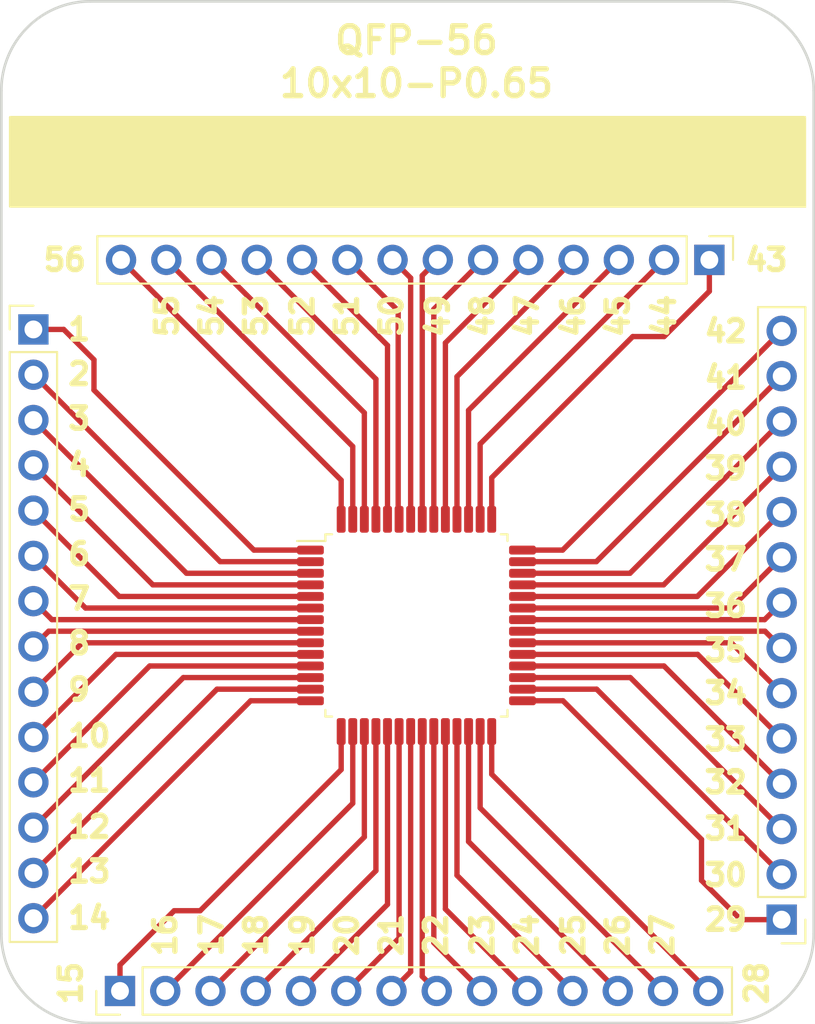
<source format=kicad_pcb>
(kicad_pcb (version 20171130) (host pcbnew 5.1.4-e60b266~84~ubuntu19.04.1)

  (general
    (thickness 1)
    (drawings 66)
    (tracks 127)
    (zones 0)
    (modules 5)
    (nets 57)
  )

  (page A4)
  (title_block
    (title BRK-QFP-56-10x10-P0.65)
    (rev v1.0)
    (company https://gekkio.fi)
  )

  (layers
    (0 F.Cu signal)
    (31 B.Cu signal)
    (32 B.Adhes user)
    (33 F.Adhes user)
    (34 B.Paste user)
    (35 F.Paste user)
    (36 B.SilkS user)
    (37 F.SilkS user)
    (38 B.Mask user)
    (39 F.Mask user)
    (40 Dwgs.User user)
    (41 Cmts.User user)
    (42 Eco1.User user)
    (43 Eco2.User user)
    (44 Edge.Cuts user)
    (45 Margin user)
    (46 B.CrtYd user)
    (47 F.CrtYd user)
    (48 B.Fab user)
    (49 F.Fab user)
  )

  (setup
    (last_trace_width 0.3)
    (trace_clearance 0.15)
    (zone_clearance 0.508)
    (zone_45_only no)
    (trace_min 0.2)
    (via_size 0.8)
    (via_drill 0.4)
    (via_min_size 0.4)
    (via_min_drill 0.3)
    (uvia_size 0.3)
    (uvia_drill 0.1)
    (uvias_allowed no)
    (uvia_min_size 0.2)
    (uvia_min_drill 0.1)
    (edge_width 0.15)
    (segment_width 0.2)
    (pcb_text_width 0.3)
    (pcb_text_size 1.5 1.5)
    (mod_edge_width 0.15)
    (mod_text_size 1 1)
    (mod_text_width 0.15)
    (pad_size 1.524 1.524)
    (pad_drill 0.762)
    (pad_to_mask_clearance 0)
    (aux_axis_origin 0 0)
    (visible_elements FFFFFF7F)
    (pcbplotparams
      (layerselection 0x010fc_ffffffff)
      (usegerberextensions false)
      (usegerberattributes false)
      (usegerberadvancedattributes false)
      (creategerberjobfile true)
      (excludeedgelayer false)
      (linewidth 0.100000)
      (plotframeref false)
      (viasonmask false)
      (mode 1)
      (useauxorigin false)
      (hpglpennumber 1)
      (hpglpenspeed 20)
      (hpglpendiameter 15.000000)
      (psnegative false)
      (psa4output false)
      (plotreference true)
      (plotvalue true)
      (plotinvisibletext false)
      (padsonsilk false)
      (subtractmaskfromsilk false)
      (outputformat 1)
      (mirror false)
      (drillshape 0)
      (scaleselection 1)
      (outputdirectory "gerber/"))
  )

  (net 0 "")
  (net 1 "Net-(J1-Pad1)")
  (net 2 "Net-(J1-Pad2)")
  (net 3 "Net-(J1-Pad3)")
  (net 4 "Net-(J2-Pad1)")
  (net 5 "Net-(J2-Pad2)")
  (net 6 "Net-(J2-Pad3)")
  (net 7 "Net-(J1-Pad11)")
  (net 8 "Net-(J1-Pad10)")
  (net 9 "Net-(J1-Pad9)")
  (net 10 "Net-(J1-Pad8)")
  (net 11 "Net-(J1-Pad7)")
  (net 12 "Net-(J1-Pad6)")
  (net 13 "Net-(J1-Pad5)")
  (net 14 "Net-(J1-Pad4)")
  (net 15 "Net-(J2-Pad11)")
  (net 16 "Net-(J2-Pad10)")
  (net 17 "Net-(J2-Pad9)")
  (net 18 "Net-(J2-Pad8)")
  (net 19 "Net-(J2-Pad7)")
  (net 20 "Net-(J2-Pad6)")
  (net 21 "Net-(J2-Pad5)")
  (net 22 "Net-(J2-Pad4)")
  (net 23 "Net-(J3-Pad11)")
  (net 24 "Net-(J3-Pad10)")
  (net 25 "Net-(J3-Pad9)")
  (net 26 "Net-(J3-Pad8)")
  (net 27 "Net-(J3-Pad7)")
  (net 28 "Net-(J3-Pad6)")
  (net 29 "Net-(J3-Pad5)")
  (net 30 "Net-(J3-Pad4)")
  (net 31 "Net-(J3-Pad3)")
  (net 32 "Net-(J3-Pad2)")
  (net 33 "Net-(J3-Pad1)")
  (net 34 "Net-(J4-Pad11)")
  (net 35 "Net-(J4-Pad10)")
  (net 36 "Net-(J4-Pad9)")
  (net 37 "Net-(J4-Pad8)")
  (net 38 "Net-(J4-Pad7)")
  (net 39 "Net-(J4-Pad6)")
  (net 40 "Net-(J4-Pad5)")
  (net 41 "Net-(J4-Pad4)")
  (net 42 "Net-(J4-Pad3)")
  (net 43 "Net-(J4-Pad2)")
  (net 44 "Net-(J4-Pad1)")
  (net 45 "Net-(J1-Pad14)")
  (net 46 "Net-(J1-Pad13)")
  (net 47 "Net-(J1-Pad12)")
  (net 48 "Net-(J2-Pad14)")
  (net 49 "Net-(J2-Pad13)")
  (net 50 "Net-(J2-Pad12)")
  (net 51 "Net-(J3-Pad14)")
  (net 52 "Net-(J3-Pad13)")
  (net 53 "Net-(J3-Pad12)")
  (net 54 "Net-(J4-Pad14)")
  (net 55 "Net-(J4-Pad13)")
  (net 56 "Net-(J4-Pad12)")

  (net_class Default "This is the default net class."
    (clearance 0.15)
    (trace_width 0.3)
    (via_dia 0.8)
    (via_drill 0.4)
    (uvia_dia 0.3)
    (uvia_drill 0.1)
    (add_net "Net-(J1-Pad1)")
    (add_net "Net-(J1-Pad10)")
    (add_net "Net-(J1-Pad11)")
    (add_net "Net-(J1-Pad12)")
    (add_net "Net-(J1-Pad13)")
    (add_net "Net-(J1-Pad14)")
    (add_net "Net-(J1-Pad2)")
    (add_net "Net-(J1-Pad3)")
    (add_net "Net-(J1-Pad4)")
    (add_net "Net-(J1-Pad5)")
    (add_net "Net-(J1-Pad6)")
    (add_net "Net-(J1-Pad7)")
    (add_net "Net-(J1-Pad8)")
    (add_net "Net-(J1-Pad9)")
    (add_net "Net-(J2-Pad1)")
    (add_net "Net-(J2-Pad10)")
    (add_net "Net-(J2-Pad11)")
    (add_net "Net-(J2-Pad12)")
    (add_net "Net-(J2-Pad13)")
    (add_net "Net-(J2-Pad14)")
    (add_net "Net-(J2-Pad2)")
    (add_net "Net-(J2-Pad3)")
    (add_net "Net-(J2-Pad4)")
    (add_net "Net-(J2-Pad5)")
    (add_net "Net-(J2-Pad6)")
    (add_net "Net-(J2-Pad7)")
    (add_net "Net-(J2-Pad8)")
    (add_net "Net-(J2-Pad9)")
    (add_net "Net-(J3-Pad1)")
    (add_net "Net-(J3-Pad10)")
    (add_net "Net-(J3-Pad11)")
    (add_net "Net-(J3-Pad12)")
    (add_net "Net-(J3-Pad13)")
    (add_net "Net-(J3-Pad14)")
    (add_net "Net-(J3-Pad2)")
    (add_net "Net-(J3-Pad3)")
    (add_net "Net-(J3-Pad4)")
    (add_net "Net-(J3-Pad5)")
    (add_net "Net-(J3-Pad6)")
    (add_net "Net-(J3-Pad7)")
    (add_net "Net-(J3-Pad8)")
    (add_net "Net-(J3-Pad9)")
    (add_net "Net-(J4-Pad1)")
    (add_net "Net-(J4-Pad10)")
    (add_net "Net-(J4-Pad11)")
    (add_net "Net-(J4-Pad12)")
    (add_net "Net-(J4-Pad13)")
    (add_net "Net-(J4-Pad14)")
    (add_net "Net-(J4-Pad2)")
    (add_net "Net-(J4-Pad3)")
    (add_net "Net-(J4-Pad4)")
    (add_net "Net-(J4-Pad5)")
    (add_net "Net-(J4-Pad6)")
    (add_net "Net-(J4-Pad7)")
    (add_net "Net-(J4-Pad8)")
    (add_net "Net-(J4-Pad9)")
  )

  (module Gekkio_Package_QFP:Rohm_QFP-56_10x10mm_P0.65mm (layer F.Cu) (tedit 5CE9B8A0) (tstamp 5BD578B4)
    (at 59.1 62.6)
    (descr "Rohm  QFP, 56 Pin (https://www.rohm.de/datasheet/BD3815KS/bd3813ks-e), generated with kicad-footprint-generator ipc_gullwing_generator.py")
    (tags "Rohm QFP QFP")
    (path /5D4E8BD7)
    (attr smd)
    (fp_text reference U1 (at 0 -7.65) (layer F.SilkS) hide
      (effects (font (size 1 1) (thickness 0.15)))
    )
    (fp_text value Conn_02x22_Counter_Clockwise (at 0 7.65) (layer F.Fab) hide
      (effects (font (size 1 1) (thickness 0.15)))
    )
    (fp_text user %R (at 0 0) (layer F.Fab)
      (effects (font (size 1 1) (thickness 0.15)))
    )
    (fp_line (start 6.95 4.73) (end 6.95 0) (layer F.CrtYd) (width 0.05))
    (fp_line (start 5.25 4.73) (end 6.95 4.73) (layer F.CrtYd) (width 0.05))
    (fp_line (start 5.25 5.25) (end 5.25 4.73) (layer F.CrtYd) (width 0.05))
    (fp_line (start 4.73 5.25) (end 5.25 5.25) (layer F.CrtYd) (width 0.05))
    (fp_line (start 4.73 6.95) (end 4.73 5.25) (layer F.CrtYd) (width 0.05))
    (fp_line (start 0 6.95) (end 4.73 6.95) (layer F.CrtYd) (width 0.05))
    (fp_line (start -6.95 4.73) (end -6.95 0) (layer F.CrtYd) (width 0.05))
    (fp_line (start -5.25 4.73) (end -6.95 4.73) (layer F.CrtYd) (width 0.05))
    (fp_line (start -5.25 5.25) (end -5.25 4.73) (layer F.CrtYd) (width 0.05))
    (fp_line (start -4.73 5.25) (end -5.25 5.25) (layer F.CrtYd) (width 0.05))
    (fp_line (start -4.73 6.95) (end -4.73 5.25) (layer F.CrtYd) (width 0.05))
    (fp_line (start 0 6.95) (end -4.73 6.95) (layer F.CrtYd) (width 0.05))
    (fp_line (start 6.95 -4.73) (end 6.95 0) (layer F.CrtYd) (width 0.05))
    (fp_line (start 5.25 -4.73) (end 6.95 -4.73) (layer F.CrtYd) (width 0.05))
    (fp_line (start 5.25 -5.25) (end 5.25 -4.73) (layer F.CrtYd) (width 0.05))
    (fp_line (start 4.73 -5.25) (end 5.25 -5.25) (layer F.CrtYd) (width 0.05))
    (fp_line (start 4.73 -6.95) (end 4.73 -5.25) (layer F.CrtYd) (width 0.05))
    (fp_line (start 0 -6.95) (end 4.73 -6.95) (layer F.CrtYd) (width 0.05))
    (fp_line (start -6.95 -4.73) (end -6.95 0) (layer F.CrtYd) (width 0.05))
    (fp_line (start -5.25 -4.73) (end -6.95 -4.73) (layer F.CrtYd) (width 0.05))
    (fp_line (start -5.25 -5.25) (end -5.25 -4.73) (layer F.CrtYd) (width 0.05))
    (fp_line (start -4.73 -5.25) (end -5.25 -5.25) (layer F.CrtYd) (width 0.05))
    (fp_line (start -4.73 -6.95) (end -4.73 -5.25) (layer F.CrtYd) (width 0.05))
    (fp_line (start 0 -6.95) (end -4.73 -6.95) (layer F.CrtYd) (width 0.05))
    (fp_line (start -5 -4) (end -4 -5) (layer F.Fab) (width 0.1))
    (fp_line (start -5 5) (end -5 -4) (layer F.Fab) (width 0.1))
    (fp_line (start 5 5) (end -5 5) (layer F.Fab) (width 0.1))
    (fp_line (start 5 -5) (end 5 5) (layer F.Fab) (width 0.1))
    (fp_line (start -4 -5) (end 5 -5) (layer F.Fab) (width 0.1))
    (fp_line (start -5.11 -4.735) (end -6.7 -4.735) (layer F.SilkS) (width 0.12))
    (fp_line (start -5.11 -5.11) (end -5.11 -4.735) (layer F.SilkS) (width 0.12))
    (fp_line (start -4.735 -5.11) (end -5.11 -5.11) (layer F.SilkS) (width 0.12))
    (fp_line (start 5.11 -5.11) (end 5.11 -4.735) (layer F.SilkS) (width 0.12))
    (fp_line (start 4.735 -5.11) (end 5.11 -5.11) (layer F.SilkS) (width 0.12))
    (fp_line (start -5.11 5.11) (end -5.11 4.735) (layer F.SilkS) (width 0.12))
    (fp_line (start -4.735 5.11) (end -5.11 5.11) (layer F.SilkS) (width 0.12))
    (fp_line (start 5.11 5.11) (end 5.11 4.735) (layer F.SilkS) (width 0.12))
    (fp_line (start 4.735 5.11) (end 5.11 5.11) (layer F.SilkS) (width 0.12))
    (pad 56 smd roundrect (at -4.225 -5.95) (size 0.5 1.5) (layers F.Cu F.Paste F.Mask) (roundrect_rratio 0.25)
      (net 54 "Net-(J4-Pad14)"))
    (pad 55 smd roundrect (at -3.575 -5.95) (size 0.5 1.5) (layers F.Cu F.Paste F.Mask) (roundrect_rratio 0.25)
      (net 55 "Net-(J4-Pad13)"))
    (pad 54 smd roundrect (at -2.925 -5.95) (size 0.5 1.5) (layers F.Cu F.Paste F.Mask) (roundrect_rratio 0.25)
      (net 56 "Net-(J4-Pad12)"))
    (pad 53 smd roundrect (at -2.275 -5.95) (size 0.5 1.5) (layers F.Cu F.Paste F.Mask) (roundrect_rratio 0.25)
      (net 34 "Net-(J4-Pad11)"))
    (pad 52 smd roundrect (at -1.625 -5.95) (size 0.5 1.5) (layers F.Cu F.Paste F.Mask) (roundrect_rratio 0.25)
      (net 35 "Net-(J4-Pad10)"))
    (pad 51 smd roundrect (at -0.975 -5.95) (size 0.5 1.5) (layers F.Cu F.Paste F.Mask) (roundrect_rratio 0.25)
      (net 36 "Net-(J4-Pad9)"))
    (pad 50 smd roundrect (at -0.325 -5.95) (size 0.5 1.5) (layers F.Cu F.Paste F.Mask) (roundrect_rratio 0.25)
      (net 37 "Net-(J4-Pad8)"))
    (pad 49 smd roundrect (at 0.325 -5.95) (size 0.5 1.5) (layers F.Cu F.Paste F.Mask) (roundrect_rratio 0.25)
      (net 38 "Net-(J4-Pad7)"))
    (pad 48 smd roundrect (at 0.975 -5.95) (size 0.5 1.5) (layers F.Cu F.Paste F.Mask) (roundrect_rratio 0.25)
      (net 39 "Net-(J4-Pad6)"))
    (pad 47 smd roundrect (at 1.625 -5.95) (size 0.5 1.5) (layers F.Cu F.Paste F.Mask) (roundrect_rratio 0.25)
      (net 40 "Net-(J4-Pad5)"))
    (pad 46 smd roundrect (at 2.275 -5.95) (size 0.5 1.5) (layers F.Cu F.Paste F.Mask) (roundrect_rratio 0.25)
      (net 41 "Net-(J4-Pad4)"))
    (pad 45 smd roundrect (at 2.925 -5.95) (size 0.5 1.5) (layers F.Cu F.Paste F.Mask) (roundrect_rratio 0.25)
      (net 42 "Net-(J4-Pad3)"))
    (pad 44 smd roundrect (at 3.575 -5.95) (size 0.5 1.5) (layers F.Cu F.Paste F.Mask) (roundrect_rratio 0.25)
      (net 43 "Net-(J4-Pad2)"))
    (pad 43 smd roundrect (at 4.225 -5.95) (size 0.5 1.5) (layers F.Cu F.Paste F.Mask) (roundrect_rratio 0.25)
      (net 44 "Net-(J4-Pad1)"))
    (pad 42 smd roundrect (at 5.95 -4.225) (size 1.5 0.5) (layers F.Cu F.Paste F.Mask) (roundrect_rratio 0.25)
      (net 51 "Net-(J3-Pad14)"))
    (pad 41 smd roundrect (at 5.95 -3.575) (size 1.5 0.5) (layers F.Cu F.Paste F.Mask) (roundrect_rratio 0.25)
      (net 52 "Net-(J3-Pad13)"))
    (pad 40 smd roundrect (at 5.95 -2.925) (size 1.5 0.5) (layers F.Cu F.Paste F.Mask) (roundrect_rratio 0.25)
      (net 53 "Net-(J3-Pad12)"))
    (pad 39 smd roundrect (at 5.95 -2.275) (size 1.5 0.5) (layers F.Cu F.Paste F.Mask) (roundrect_rratio 0.25)
      (net 23 "Net-(J3-Pad11)"))
    (pad 38 smd roundrect (at 5.95 -1.625) (size 1.5 0.5) (layers F.Cu F.Paste F.Mask) (roundrect_rratio 0.25)
      (net 24 "Net-(J3-Pad10)"))
    (pad 37 smd roundrect (at 5.95 -0.975) (size 1.5 0.5) (layers F.Cu F.Paste F.Mask) (roundrect_rratio 0.25)
      (net 25 "Net-(J3-Pad9)"))
    (pad 36 smd roundrect (at 5.95 -0.325) (size 1.5 0.5) (layers F.Cu F.Paste F.Mask) (roundrect_rratio 0.25)
      (net 26 "Net-(J3-Pad8)"))
    (pad 35 smd roundrect (at 5.95 0.325) (size 1.5 0.5) (layers F.Cu F.Paste F.Mask) (roundrect_rratio 0.25)
      (net 27 "Net-(J3-Pad7)"))
    (pad 34 smd roundrect (at 5.95 0.975) (size 1.5 0.5) (layers F.Cu F.Paste F.Mask) (roundrect_rratio 0.25)
      (net 28 "Net-(J3-Pad6)"))
    (pad 33 smd roundrect (at 5.95 1.625) (size 1.5 0.5) (layers F.Cu F.Paste F.Mask) (roundrect_rratio 0.25)
      (net 29 "Net-(J3-Pad5)"))
    (pad 32 smd roundrect (at 5.95 2.275) (size 1.5 0.5) (layers F.Cu F.Paste F.Mask) (roundrect_rratio 0.25)
      (net 30 "Net-(J3-Pad4)"))
    (pad 31 smd roundrect (at 5.95 2.925) (size 1.5 0.5) (layers F.Cu F.Paste F.Mask) (roundrect_rratio 0.25)
      (net 31 "Net-(J3-Pad3)"))
    (pad 30 smd roundrect (at 5.95 3.575) (size 1.5 0.5) (layers F.Cu F.Paste F.Mask) (roundrect_rratio 0.25)
      (net 32 "Net-(J3-Pad2)"))
    (pad 29 smd roundrect (at 5.95 4.225) (size 1.5 0.5) (layers F.Cu F.Paste F.Mask) (roundrect_rratio 0.25)
      (net 33 "Net-(J3-Pad1)"))
    (pad 28 smd roundrect (at 4.225 5.95) (size 0.5 1.5) (layers F.Cu F.Paste F.Mask) (roundrect_rratio 0.25)
      (net 48 "Net-(J2-Pad14)"))
    (pad 27 smd roundrect (at 3.575 5.95) (size 0.5 1.5) (layers F.Cu F.Paste F.Mask) (roundrect_rratio 0.25)
      (net 49 "Net-(J2-Pad13)"))
    (pad 26 smd roundrect (at 2.925 5.95) (size 0.5 1.5) (layers F.Cu F.Paste F.Mask) (roundrect_rratio 0.25)
      (net 50 "Net-(J2-Pad12)"))
    (pad 25 smd roundrect (at 2.275 5.95) (size 0.5 1.5) (layers F.Cu F.Paste F.Mask) (roundrect_rratio 0.25)
      (net 15 "Net-(J2-Pad11)"))
    (pad 24 smd roundrect (at 1.625 5.95) (size 0.5 1.5) (layers F.Cu F.Paste F.Mask) (roundrect_rratio 0.25)
      (net 16 "Net-(J2-Pad10)"))
    (pad 23 smd roundrect (at 0.975 5.95) (size 0.5 1.5) (layers F.Cu F.Paste F.Mask) (roundrect_rratio 0.25)
      (net 17 "Net-(J2-Pad9)"))
    (pad 22 smd roundrect (at 0.325 5.95) (size 0.5 1.5) (layers F.Cu F.Paste F.Mask) (roundrect_rratio 0.25)
      (net 18 "Net-(J2-Pad8)"))
    (pad 21 smd roundrect (at -0.325 5.95) (size 0.5 1.5) (layers F.Cu F.Paste F.Mask) (roundrect_rratio 0.25)
      (net 19 "Net-(J2-Pad7)"))
    (pad 20 smd roundrect (at -0.975 5.95) (size 0.5 1.5) (layers F.Cu F.Paste F.Mask) (roundrect_rratio 0.25)
      (net 20 "Net-(J2-Pad6)"))
    (pad 19 smd roundrect (at -1.625 5.95) (size 0.5 1.5) (layers F.Cu F.Paste F.Mask) (roundrect_rratio 0.25)
      (net 21 "Net-(J2-Pad5)"))
    (pad 18 smd roundrect (at -2.275 5.95) (size 0.5 1.5) (layers F.Cu F.Paste F.Mask) (roundrect_rratio 0.25)
      (net 22 "Net-(J2-Pad4)"))
    (pad 17 smd roundrect (at -2.925 5.95) (size 0.5 1.5) (layers F.Cu F.Paste F.Mask) (roundrect_rratio 0.25)
      (net 6 "Net-(J2-Pad3)"))
    (pad 16 smd roundrect (at -3.575 5.95) (size 0.5 1.5) (layers F.Cu F.Paste F.Mask) (roundrect_rratio 0.25)
      (net 5 "Net-(J2-Pad2)"))
    (pad 15 smd roundrect (at -4.225 5.95) (size 0.5 1.5) (layers F.Cu F.Paste F.Mask) (roundrect_rratio 0.25)
      (net 4 "Net-(J2-Pad1)"))
    (pad 14 smd roundrect (at -5.95 4.225) (size 1.5 0.5) (layers F.Cu F.Paste F.Mask) (roundrect_rratio 0.25)
      (net 45 "Net-(J1-Pad14)"))
    (pad 13 smd roundrect (at -5.95 3.575) (size 1.5 0.5) (layers F.Cu F.Paste F.Mask) (roundrect_rratio 0.25)
      (net 46 "Net-(J1-Pad13)"))
    (pad 12 smd roundrect (at -5.95 2.925) (size 1.5 0.5) (layers F.Cu F.Paste F.Mask) (roundrect_rratio 0.25)
      (net 47 "Net-(J1-Pad12)"))
    (pad 11 smd roundrect (at -5.95 2.275) (size 1.5 0.5) (layers F.Cu F.Paste F.Mask) (roundrect_rratio 0.25)
      (net 7 "Net-(J1-Pad11)"))
    (pad 10 smd roundrect (at -5.95 1.625) (size 1.5 0.5) (layers F.Cu F.Paste F.Mask) (roundrect_rratio 0.25)
      (net 8 "Net-(J1-Pad10)"))
    (pad 9 smd roundrect (at -5.95 0.975) (size 1.5 0.5) (layers F.Cu F.Paste F.Mask) (roundrect_rratio 0.25)
      (net 9 "Net-(J1-Pad9)"))
    (pad 8 smd roundrect (at -5.95 0.325) (size 1.5 0.5) (layers F.Cu F.Paste F.Mask) (roundrect_rratio 0.25)
      (net 10 "Net-(J1-Pad8)"))
    (pad 7 smd roundrect (at -5.95 -0.325) (size 1.5 0.5) (layers F.Cu F.Paste F.Mask) (roundrect_rratio 0.25)
      (net 11 "Net-(J1-Pad7)"))
    (pad 6 smd roundrect (at -5.95 -0.975) (size 1.5 0.5) (layers F.Cu F.Paste F.Mask) (roundrect_rratio 0.25)
      (net 12 "Net-(J1-Pad6)"))
    (pad 5 smd roundrect (at -5.95 -1.625) (size 1.5 0.5) (layers F.Cu F.Paste F.Mask) (roundrect_rratio 0.25)
      (net 13 "Net-(J1-Pad5)"))
    (pad 4 smd roundrect (at -5.95 -2.275) (size 1.5 0.5) (layers F.Cu F.Paste F.Mask) (roundrect_rratio 0.25)
      (net 14 "Net-(J1-Pad4)"))
    (pad 3 smd roundrect (at -5.95 -2.925) (size 1.5 0.5) (layers F.Cu F.Paste F.Mask) (roundrect_rratio 0.25)
      (net 3 "Net-(J1-Pad3)"))
    (pad 2 smd roundrect (at -5.95 -3.575) (size 1.5 0.5) (layers F.Cu F.Paste F.Mask) (roundrect_rratio 0.25)
      (net 2 "Net-(J1-Pad2)"))
    (pad 1 smd roundrect (at -5.95 -4.225) (size 1.5 0.5) (layers F.Cu F.Paste F.Mask) (roundrect_rratio 0.25)
      (net 1 "Net-(J1-Pad1)"))
    (model ${KISYS3DMOD}/Gekkio_Package_QFP.3dshapes/Rohm_QFP-56_10x10mm_P0.65mm.wrl
      (at (xyz 0 0 0))
      (scale (xyz 1 1 1))
      (rotate (xyz 0 0 0))
    )
  )

  (module Connector_PinHeader_2.54mm:PinHeader_1x14_P2.54mm_Vertical (layer F.Cu) (tedit 59FED5CC) (tstamp 5D4F0140)
    (at 75.54 42.1 270)
    (descr "Through hole straight pin header, 1x14, 2.54mm pitch, single row")
    (tags "Through hole pin header THT 1x14 2.54mm single row")
    (path /5D4F6825)
    (fp_text reference J4 (at 0 -2.33 90) (layer F.SilkS) hide
      (effects (font (size 1 1) (thickness 0.15)))
    )
    (fp_text value Conn_01x14 (at 0 35.35 90) (layer F.Fab) hide
      (effects (font (size 1 1) (thickness 0.15)))
    )
    (fp_line (start -0.635 -1.27) (end 1.27 -1.27) (layer F.Fab) (width 0.1))
    (fp_line (start 1.27 -1.27) (end 1.27 34.29) (layer F.Fab) (width 0.1))
    (fp_line (start 1.27 34.29) (end -1.27 34.29) (layer F.Fab) (width 0.1))
    (fp_line (start -1.27 34.29) (end -1.27 -0.635) (layer F.Fab) (width 0.1))
    (fp_line (start -1.27 -0.635) (end -0.635 -1.27) (layer F.Fab) (width 0.1))
    (fp_line (start -1.33 34.35) (end 1.33 34.35) (layer F.SilkS) (width 0.12))
    (fp_line (start -1.33 1.27) (end -1.33 34.35) (layer F.SilkS) (width 0.12))
    (fp_line (start 1.33 1.27) (end 1.33 34.35) (layer F.SilkS) (width 0.12))
    (fp_line (start -1.33 1.27) (end 1.33 1.27) (layer F.SilkS) (width 0.12))
    (fp_line (start -1.33 0) (end -1.33 -1.33) (layer F.SilkS) (width 0.12))
    (fp_line (start -1.33 -1.33) (end 0 -1.33) (layer F.SilkS) (width 0.12))
    (fp_line (start -1.8 -1.8) (end -1.8 34.8) (layer F.CrtYd) (width 0.05))
    (fp_line (start -1.8 34.8) (end 1.8 34.8) (layer F.CrtYd) (width 0.05))
    (fp_line (start 1.8 34.8) (end 1.8 -1.8) (layer F.CrtYd) (width 0.05))
    (fp_line (start 1.8 -1.8) (end -1.8 -1.8) (layer F.CrtYd) (width 0.05))
    (fp_text user %R (at 0 16.51) (layer F.Fab)
      (effects (font (size 1 1) (thickness 0.15)))
    )
    (pad 1 thru_hole rect (at 0 0 270) (size 1.7 1.7) (drill 1) (layers *.Cu *.Mask)
      (net 44 "Net-(J4-Pad1)"))
    (pad 2 thru_hole oval (at 0 2.54 270) (size 1.7 1.7) (drill 1) (layers *.Cu *.Mask)
      (net 43 "Net-(J4-Pad2)"))
    (pad 3 thru_hole oval (at 0 5.08 270) (size 1.7 1.7) (drill 1) (layers *.Cu *.Mask)
      (net 42 "Net-(J4-Pad3)"))
    (pad 4 thru_hole oval (at 0 7.62 270) (size 1.7 1.7) (drill 1) (layers *.Cu *.Mask)
      (net 41 "Net-(J4-Pad4)"))
    (pad 5 thru_hole oval (at 0 10.16 270) (size 1.7 1.7) (drill 1) (layers *.Cu *.Mask)
      (net 40 "Net-(J4-Pad5)"))
    (pad 6 thru_hole oval (at 0 12.7 270) (size 1.7 1.7) (drill 1) (layers *.Cu *.Mask)
      (net 39 "Net-(J4-Pad6)"))
    (pad 7 thru_hole oval (at 0 15.24 270) (size 1.7 1.7) (drill 1) (layers *.Cu *.Mask)
      (net 38 "Net-(J4-Pad7)"))
    (pad 8 thru_hole oval (at 0 17.78 270) (size 1.7 1.7) (drill 1) (layers *.Cu *.Mask)
      (net 37 "Net-(J4-Pad8)"))
    (pad 9 thru_hole oval (at 0 20.32 270) (size 1.7 1.7) (drill 1) (layers *.Cu *.Mask)
      (net 36 "Net-(J4-Pad9)"))
    (pad 10 thru_hole oval (at 0 22.86 270) (size 1.7 1.7) (drill 1) (layers *.Cu *.Mask)
      (net 35 "Net-(J4-Pad10)"))
    (pad 11 thru_hole oval (at 0 25.4 270) (size 1.7 1.7) (drill 1) (layers *.Cu *.Mask)
      (net 34 "Net-(J4-Pad11)"))
    (pad 12 thru_hole oval (at 0 27.94 270) (size 1.7 1.7) (drill 1) (layers *.Cu *.Mask)
      (net 56 "Net-(J4-Pad12)"))
    (pad 13 thru_hole oval (at 0 30.48 270) (size 1.7 1.7) (drill 1) (layers *.Cu *.Mask)
      (net 55 "Net-(J4-Pad13)"))
    (pad 14 thru_hole oval (at 0 33.02 270) (size 1.7 1.7) (drill 1) (layers *.Cu *.Mask)
      (net 54 "Net-(J4-Pad14)"))
    (model ${KISYS3DMOD}/Connector_PinHeader_2.54mm.3dshapes/PinHeader_1x14_P2.54mm_Vertical.wrl
      (at (xyz 0 0 0))
      (scale (xyz 1 1 1))
      (rotate (xyz 0 0 0))
    )
  )

  (module Connector_PinHeader_2.54mm:PinHeader_1x14_P2.54mm_Vertical (layer F.Cu) (tedit 59FED5CC) (tstamp 5D4F1116)
    (at 79.6 79.1 180)
    (descr "Through hole straight pin header, 1x14, 2.54mm pitch, single row")
    (tags "Through hole pin header THT 1x14 2.54mm single row")
    (path /5D4F0DF4)
    (fp_text reference J3 (at 0 -2.33) (layer F.SilkS) hide
      (effects (font (size 1 1) (thickness 0.15)))
    )
    (fp_text value Conn_01x14 (at 0 35.35) (layer F.Fab) hide
      (effects (font (size 1 1) (thickness 0.15)))
    )
    (fp_line (start -0.635 -1.27) (end 1.27 -1.27) (layer F.Fab) (width 0.1))
    (fp_line (start 1.27 -1.27) (end 1.27 34.29) (layer F.Fab) (width 0.1))
    (fp_line (start 1.27 34.29) (end -1.27 34.29) (layer F.Fab) (width 0.1))
    (fp_line (start -1.27 34.29) (end -1.27 -0.635) (layer F.Fab) (width 0.1))
    (fp_line (start -1.27 -0.635) (end -0.635 -1.27) (layer F.Fab) (width 0.1))
    (fp_line (start -1.33 34.35) (end 1.33 34.35) (layer F.SilkS) (width 0.12))
    (fp_line (start -1.33 1.27) (end -1.33 34.35) (layer F.SilkS) (width 0.12))
    (fp_line (start 1.33 1.27) (end 1.33 34.35) (layer F.SilkS) (width 0.12))
    (fp_line (start -1.33 1.27) (end 1.33 1.27) (layer F.SilkS) (width 0.12))
    (fp_line (start -1.33 0) (end -1.33 -1.33) (layer F.SilkS) (width 0.12))
    (fp_line (start -1.33 -1.33) (end 0 -1.33) (layer F.SilkS) (width 0.12))
    (fp_line (start -1.8 -1.8) (end -1.8 34.8) (layer F.CrtYd) (width 0.05))
    (fp_line (start -1.8 34.8) (end 1.8 34.8) (layer F.CrtYd) (width 0.05))
    (fp_line (start 1.8 34.8) (end 1.8 -1.8) (layer F.CrtYd) (width 0.05))
    (fp_line (start 1.8 -1.8) (end -1.8 -1.8) (layer F.CrtYd) (width 0.05))
    (fp_text user %R (at 0 16.51 90) (layer F.Fab)
      (effects (font (size 1 1) (thickness 0.15)))
    )
    (pad 1 thru_hole rect (at 0 0 180) (size 1.7 1.7) (drill 1) (layers *.Cu *.Mask)
      (net 33 "Net-(J3-Pad1)"))
    (pad 2 thru_hole oval (at 0 2.54 180) (size 1.7 1.7) (drill 1) (layers *.Cu *.Mask)
      (net 32 "Net-(J3-Pad2)"))
    (pad 3 thru_hole oval (at 0 5.08 180) (size 1.7 1.7) (drill 1) (layers *.Cu *.Mask)
      (net 31 "Net-(J3-Pad3)"))
    (pad 4 thru_hole oval (at 0 7.62 180) (size 1.7 1.7) (drill 1) (layers *.Cu *.Mask)
      (net 30 "Net-(J3-Pad4)"))
    (pad 5 thru_hole oval (at 0 10.16 180) (size 1.7 1.7) (drill 1) (layers *.Cu *.Mask)
      (net 29 "Net-(J3-Pad5)"))
    (pad 6 thru_hole oval (at 0 12.7 180) (size 1.7 1.7) (drill 1) (layers *.Cu *.Mask)
      (net 28 "Net-(J3-Pad6)"))
    (pad 7 thru_hole oval (at 0 15.24 180) (size 1.7 1.7) (drill 1) (layers *.Cu *.Mask)
      (net 27 "Net-(J3-Pad7)"))
    (pad 8 thru_hole oval (at 0 17.78 180) (size 1.7 1.7) (drill 1) (layers *.Cu *.Mask)
      (net 26 "Net-(J3-Pad8)"))
    (pad 9 thru_hole oval (at 0 20.32 180) (size 1.7 1.7) (drill 1) (layers *.Cu *.Mask)
      (net 25 "Net-(J3-Pad9)"))
    (pad 10 thru_hole oval (at 0 22.86 180) (size 1.7 1.7) (drill 1) (layers *.Cu *.Mask)
      (net 24 "Net-(J3-Pad10)"))
    (pad 11 thru_hole oval (at 0 25.4 180) (size 1.7 1.7) (drill 1) (layers *.Cu *.Mask)
      (net 23 "Net-(J3-Pad11)"))
    (pad 12 thru_hole oval (at 0 27.94 180) (size 1.7 1.7) (drill 1) (layers *.Cu *.Mask)
      (net 53 "Net-(J3-Pad12)"))
    (pad 13 thru_hole oval (at 0 30.48 180) (size 1.7 1.7) (drill 1) (layers *.Cu *.Mask)
      (net 52 "Net-(J3-Pad13)"))
    (pad 14 thru_hole oval (at 0 33.02 180) (size 1.7 1.7) (drill 1) (layers *.Cu *.Mask)
      (net 51 "Net-(J3-Pad14)"))
    (model ${KISYS3DMOD}/Connector_PinHeader_2.54mm.3dshapes/PinHeader_1x14_P2.54mm_Vertical.wrl
      (at (xyz 0 0 0))
      (scale (xyz 1 1 1))
      (rotate (xyz 0 0 0))
    )
  )

  (module Connector_PinHeader_2.54mm:PinHeader_1x14_P2.54mm_Vertical (layer F.Cu) (tedit 59FED5CC) (tstamp 5D4F1B45)
    (at 42.46 83.1 90)
    (descr "Through hole straight pin header, 1x14, 2.54mm pitch, single row")
    (tags "Through hole pin header THT 1x14 2.54mm single row")
    (path /5D4EDBC7)
    (fp_text reference J2 (at 0 -2.33 90) (layer F.SilkS) hide
      (effects (font (size 1 1) (thickness 0.15)))
    )
    (fp_text value Conn_01x14 (at 0 35.35 90) (layer F.Fab) hide
      (effects (font (size 1 1) (thickness 0.15)))
    )
    (fp_text user %R (at 0 16.51) (layer F.Fab)
      (effects (font (size 1 1) (thickness 0.15)))
    )
    (fp_line (start 1.8 -1.8) (end -1.8 -1.8) (layer F.CrtYd) (width 0.05))
    (fp_line (start 1.8 34.8) (end 1.8 -1.8) (layer F.CrtYd) (width 0.05))
    (fp_line (start -1.8 34.8) (end 1.8 34.8) (layer F.CrtYd) (width 0.05))
    (fp_line (start -1.8 -1.8) (end -1.8 34.8) (layer F.CrtYd) (width 0.05))
    (fp_line (start -1.33 -1.33) (end 0 -1.33) (layer F.SilkS) (width 0.12))
    (fp_line (start -1.33 0) (end -1.33 -1.33) (layer F.SilkS) (width 0.12))
    (fp_line (start -1.33 1.27) (end 1.33 1.27) (layer F.SilkS) (width 0.12))
    (fp_line (start 1.33 1.27) (end 1.33 34.35) (layer F.SilkS) (width 0.12))
    (fp_line (start -1.33 1.27) (end -1.33 34.35) (layer F.SilkS) (width 0.12))
    (fp_line (start -1.33 34.35) (end 1.33 34.35) (layer F.SilkS) (width 0.12))
    (fp_line (start -1.27 -0.635) (end -0.635 -1.27) (layer F.Fab) (width 0.1))
    (fp_line (start -1.27 34.29) (end -1.27 -0.635) (layer F.Fab) (width 0.1))
    (fp_line (start 1.27 34.29) (end -1.27 34.29) (layer F.Fab) (width 0.1))
    (fp_line (start 1.27 -1.27) (end 1.27 34.29) (layer F.Fab) (width 0.1))
    (fp_line (start -0.635 -1.27) (end 1.27 -1.27) (layer F.Fab) (width 0.1))
    (pad 14 thru_hole oval (at 0 33.02 90) (size 1.7 1.7) (drill 1) (layers *.Cu *.Mask)
      (net 48 "Net-(J2-Pad14)"))
    (pad 13 thru_hole oval (at 0 30.48 90) (size 1.7 1.7) (drill 1) (layers *.Cu *.Mask)
      (net 49 "Net-(J2-Pad13)"))
    (pad 12 thru_hole oval (at 0 27.94 90) (size 1.7 1.7) (drill 1) (layers *.Cu *.Mask)
      (net 50 "Net-(J2-Pad12)"))
    (pad 11 thru_hole oval (at 0 25.4 90) (size 1.7 1.7) (drill 1) (layers *.Cu *.Mask)
      (net 15 "Net-(J2-Pad11)"))
    (pad 10 thru_hole oval (at 0 22.86 90) (size 1.7 1.7) (drill 1) (layers *.Cu *.Mask)
      (net 16 "Net-(J2-Pad10)"))
    (pad 9 thru_hole oval (at 0 20.32 90) (size 1.7 1.7) (drill 1) (layers *.Cu *.Mask)
      (net 17 "Net-(J2-Pad9)"))
    (pad 8 thru_hole oval (at 0 17.78 90) (size 1.7 1.7) (drill 1) (layers *.Cu *.Mask)
      (net 18 "Net-(J2-Pad8)"))
    (pad 7 thru_hole oval (at 0 15.24 90) (size 1.7 1.7) (drill 1) (layers *.Cu *.Mask)
      (net 19 "Net-(J2-Pad7)"))
    (pad 6 thru_hole oval (at 0 12.7 90) (size 1.7 1.7) (drill 1) (layers *.Cu *.Mask)
      (net 20 "Net-(J2-Pad6)"))
    (pad 5 thru_hole oval (at 0 10.16 90) (size 1.7 1.7) (drill 1) (layers *.Cu *.Mask)
      (net 21 "Net-(J2-Pad5)"))
    (pad 4 thru_hole oval (at 0 7.62 90) (size 1.7 1.7) (drill 1) (layers *.Cu *.Mask)
      (net 22 "Net-(J2-Pad4)"))
    (pad 3 thru_hole oval (at 0 5.08 90) (size 1.7 1.7) (drill 1) (layers *.Cu *.Mask)
      (net 6 "Net-(J2-Pad3)"))
    (pad 2 thru_hole oval (at 0 2.54 90) (size 1.7 1.7) (drill 1) (layers *.Cu *.Mask)
      (net 5 "Net-(J2-Pad2)"))
    (pad 1 thru_hole rect (at 0 0 90) (size 1.7 1.7) (drill 1) (layers *.Cu *.Mask)
      (net 4 "Net-(J2-Pad1)"))
    (model ${KISYS3DMOD}/Connector_PinHeader_2.54mm.3dshapes/PinHeader_1x14_P2.54mm_Vertical.wrl
      (at (xyz 0 0 0))
      (scale (xyz 1 1 1))
      (rotate (xyz 0 0 0))
    )
  )

  (module Connector_PinHeader_2.54mm:PinHeader_1x14_P2.54mm_Vertical (layer F.Cu) (tedit 59FED5CC) (tstamp 5D4E98FA)
    (at 37.6 46)
    (descr "Through hole straight pin header, 1x14, 2.54mm pitch, single row")
    (tags "Through hole pin header THT 1x14 2.54mm single row")
    (path /5D4EBED3)
    (fp_text reference J1 (at 0 -2.33) (layer F.SilkS) hide
      (effects (font (size 1 1) (thickness 0.15)))
    )
    (fp_text value Conn_01x14 (at 0 35.35) (layer F.Fab) hide
      (effects (font (size 1 1) (thickness 0.15)))
    )
    (fp_text user %R (at 0 16.51 90) (layer F.Fab)
      (effects (font (size 1 1) (thickness 0.15)))
    )
    (fp_line (start 1.8 -1.8) (end -1.8 -1.8) (layer F.CrtYd) (width 0.05))
    (fp_line (start 1.8 34.8) (end 1.8 -1.8) (layer F.CrtYd) (width 0.05))
    (fp_line (start -1.8 34.8) (end 1.8 34.8) (layer F.CrtYd) (width 0.05))
    (fp_line (start -1.8 -1.8) (end -1.8 34.8) (layer F.CrtYd) (width 0.05))
    (fp_line (start -1.33 -1.33) (end 0 -1.33) (layer F.SilkS) (width 0.12))
    (fp_line (start -1.33 0) (end -1.33 -1.33) (layer F.SilkS) (width 0.12))
    (fp_line (start -1.33 1.27) (end 1.33 1.27) (layer F.SilkS) (width 0.12))
    (fp_line (start 1.33 1.27) (end 1.33 34.35) (layer F.SilkS) (width 0.12))
    (fp_line (start -1.33 1.27) (end -1.33 34.35) (layer F.SilkS) (width 0.12))
    (fp_line (start -1.33 34.35) (end 1.33 34.35) (layer F.SilkS) (width 0.12))
    (fp_line (start -1.27 -0.635) (end -0.635 -1.27) (layer F.Fab) (width 0.1))
    (fp_line (start -1.27 34.29) (end -1.27 -0.635) (layer F.Fab) (width 0.1))
    (fp_line (start 1.27 34.29) (end -1.27 34.29) (layer F.Fab) (width 0.1))
    (fp_line (start 1.27 -1.27) (end 1.27 34.29) (layer F.Fab) (width 0.1))
    (fp_line (start -0.635 -1.27) (end 1.27 -1.27) (layer F.Fab) (width 0.1))
    (pad 14 thru_hole oval (at 0 33.02) (size 1.7 1.7) (drill 1) (layers *.Cu *.Mask)
      (net 45 "Net-(J1-Pad14)"))
    (pad 13 thru_hole oval (at 0 30.48) (size 1.7 1.7) (drill 1) (layers *.Cu *.Mask)
      (net 46 "Net-(J1-Pad13)"))
    (pad 12 thru_hole oval (at 0 27.94) (size 1.7 1.7) (drill 1) (layers *.Cu *.Mask)
      (net 47 "Net-(J1-Pad12)"))
    (pad 11 thru_hole oval (at 0 25.4) (size 1.7 1.7) (drill 1) (layers *.Cu *.Mask)
      (net 7 "Net-(J1-Pad11)"))
    (pad 10 thru_hole oval (at 0 22.86) (size 1.7 1.7) (drill 1) (layers *.Cu *.Mask)
      (net 8 "Net-(J1-Pad10)"))
    (pad 9 thru_hole oval (at 0 20.32) (size 1.7 1.7) (drill 1) (layers *.Cu *.Mask)
      (net 9 "Net-(J1-Pad9)"))
    (pad 8 thru_hole oval (at 0 17.78) (size 1.7 1.7) (drill 1) (layers *.Cu *.Mask)
      (net 10 "Net-(J1-Pad8)"))
    (pad 7 thru_hole oval (at 0 15.24) (size 1.7 1.7) (drill 1) (layers *.Cu *.Mask)
      (net 11 "Net-(J1-Pad7)"))
    (pad 6 thru_hole oval (at 0 12.7) (size 1.7 1.7) (drill 1) (layers *.Cu *.Mask)
      (net 12 "Net-(J1-Pad6)"))
    (pad 5 thru_hole oval (at 0 10.16) (size 1.7 1.7) (drill 1) (layers *.Cu *.Mask)
      (net 13 "Net-(J1-Pad5)"))
    (pad 4 thru_hole oval (at 0 7.62) (size 1.7 1.7) (drill 1) (layers *.Cu *.Mask)
      (net 14 "Net-(J1-Pad4)"))
    (pad 3 thru_hole oval (at 0 5.08) (size 1.7 1.7) (drill 1) (layers *.Cu *.Mask)
      (net 3 "Net-(J1-Pad3)"))
    (pad 2 thru_hole oval (at 0 2.54) (size 1.7 1.7) (drill 1) (layers *.Cu *.Mask)
      (net 2 "Net-(J1-Pad2)"))
    (pad 1 thru_hole rect (at 0 0) (size 1.7 1.7) (drill 1) (layers *.Cu *.Mask)
      (net 1 "Net-(J1-Pad1)"))
    (model ${KISYS3DMOD}/Connector_PinHeader_2.54mm.3dshapes/PinHeader_1x14_P2.54mm_Vertical.wrl
      (at (xyz 0 0 0))
      (scale (xyz 1 1 1))
      (rotate (xyz 0 0 0))
    )
  )

  (gr_text 55 (at 45.1 43.9 90) (layer F.SilkS) (tstamp 5D4EACF8)
    (effects (font (size 1.2 1.2) (thickness 0.3)) (justify right))
  )
  (gr_text 54 (at 47.6 43.9 90) (layer F.SilkS) (tstamp 5D4EACF5)
    (effects (font (size 1.2 1.2) (thickness 0.3)) (justify right))
  )
  (gr_text 53 (at 50.1 43.9 90) (layer F.SilkS) (tstamp 5D4EACF2)
    (effects (font (size 1.2 1.2) (thickness 0.3)) (justify right))
  )
  (gr_text 52 (at 52.7 43.9 90) (layer F.SilkS) (tstamp 5D4EACEF)
    (effects (font (size 1.2 1.2) (thickness 0.3)) (justify right))
  )
  (gr_text 51 (at 55.2 43.9 90) (layer F.SilkS) (tstamp 5D4EACEC)
    (effects (font (size 1.2 1.2) (thickness 0.3)) (justify right))
  )
  (gr_text 50 (at 57.7 43.9 90) (layer F.SilkS) (tstamp 5D4EACE9)
    (effects (font (size 1.2 1.2) (thickness 0.3)) (justify right))
  )
  (gr_text 49 (at 60.3 43.9 90) (layer F.SilkS) (tstamp 5D4EACE6)
    (effects (font (size 1.2 1.2) (thickness 0.3)) (justify right))
  )
  (gr_text 48 (at 62.8 43.9 90) (layer F.SilkS) (tstamp 5D4EACE3)
    (effects (font (size 1.2 1.2) (thickness 0.3)) (justify right))
  )
  (gr_text 47 (at 65.3 43.9 90) (layer F.SilkS) (tstamp 5D4EACE0)
    (effects (font (size 1.2 1.2) (thickness 0.3)) (justify right))
  )
  (gr_text 46 (at 67.9 43.9 90) (layer F.SilkS) (tstamp 5D4EACDD)
    (effects (font (size 1.2 1.2) (thickness 0.3)) (justify right))
  )
  (gr_text 45 (at 70.4 43.9 90) (layer F.SilkS) (tstamp 5D4EACDA)
    (effects (font (size 1.2 1.2) (thickness 0.3)) (justify right))
  )
  (gr_text 43 (at 77.4 42.1) (layer F.SilkS) (tstamp 5D4EACCE)
    (effects (font (size 1.2 1.2) (thickness 0.3)) (justify left))
  )
  (gr_text 42 (at 77.8 46.1) (layer F.SilkS) (tstamp 5D4EACC9)
    (effects (font (size 1.2 1.2) (thickness 0.3)) (justify right))
  )
  (gr_text 41 (at 77.8 48.7) (layer F.SilkS) (tstamp 5D4EACB5)
    (effects (font (size 1.2 1.2) (thickness 0.3)) (justify right))
  )
  (gr_text 40 (at 77.8 51.3) (layer F.SilkS) (tstamp 5D4EACA9)
    (effects (font (size 1.2 1.2) (thickness 0.3)) (justify right))
  )
  (gr_text 39 (at 77.8 53.8) (layer F.SilkS) (tstamp 5D4EACB8)
    (effects (font (size 1.2 1.2) (thickness 0.3)) (justify right))
  )
  (gr_text 38 (at 77.8 56.4) (layer F.SilkS) (tstamp 5D4EACA3)
    (effects (font (size 1.2 1.2) (thickness 0.3)) (justify right))
  )
  (gr_text 37 (at 77.8 58.9) (layer F.SilkS) (tstamp 5D4EACBB)
    (effects (font (size 1.2 1.2) (thickness 0.3)) (justify right))
  )
  (gr_text 36 (at 77.8 61.5) (layer F.SilkS) (tstamp 5D4EACAF)
    (effects (font (size 1.2 1.2) (thickness 0.3)) (justify right))
  )
  (gr_text 35 (at 77.8 64) (layer F.SilkS) (tstamp 5D4EACC1)
    (effects (font (size 1.2 1.2) (thickness 0.3)) (justify right))
  )
  (gr_text 34 (at 77.8 66.4) (layer F.SilkS) (tstamp 5D4EACB2)
    (effects (font (size 1.2 1.2) (thickness 0.3)) (justify right))
  )
  (gr_text 33 (at 77.8 69) (layer F.SilkS) (tstamp 5D4EACBE)
    (effects (font (size 1.2 1.2) (thickness 0.3)) (justify right))
  )
  (gr_text 32 (at 77.8 71.4) (layer F.SilkS) (tstamp 5D4EAC9D)
    (effects (font (size 1.2 1.2) (thickness 0.3)) (justify right))
  )
  (gr_text 31 (at 77.8 74) (layer F.SilkS) (tstamp 5D4EACA0)
    (effects (font (size 1.2 1.2) (thickness 0.3)) (justify right))
  )
  (gr_text 30 (at 77.8 76.6) (layer F.SilkS) (tstamp 5D4EACA6)
    (effects (font (size 1.2 1.2) (thickness 0.3)) (justify right))
  )
  (gr_text 28 (at 78.2 84 90) (layer F.SilkS) (tstamp 5D4EAC52)
    (effects (font (size 1.2 1.2) (thickness 0.3)) (justify left))
  )
  (gr_text 27 (at 72.9 81.3 90) (layer F.SilkS) (tstamp 5D4EAC45)
    (effects (font (size 1.2 1.2) (thickness 0.3)) (justify left))
  )
  (gr_text 26 (at 70.4 81.3 90) (layer F.SilkS) (tstamp 5D4EAC42)
    (effects (font (size 1.2 1.2) (thickness 0.3)) (justify left))
  )
  (gr_text 25 (at 67.9 81.3 90) (layer F.SilkS) (tstamp 5D4EAC3F)
    (effects (font (size 1.2 1.2) (thickness 0.3)) (justify left))
  )
  (gr_text 24 (at 65.3 81.3 90) (layer F.SilkS) (tstamp 5D4EAC3C)
    (effects (font (size 1.2 1.2) (thickness 0.3)) (justify left))
  )
  (gr_text 23 (at 62.8 81.3 90) (layer F.SilkS) (tstamp 5D4EAC39)
    (effects (font (size 1.2 1.2) (thickness 0.3)) (justify left))
  )
  (gr_text 22 (at 60.2 81.3 90) (layer F.SilkS) (tstamp 5D4EAC36)
    (effects (font (size 1.2 1.2) (thickness 0.3)) (justify left))
  )
  (gr_text 21 (at 57.7 81.3 90) (layer F.SilkS) (tstamp 5D4EAC33)
    (effects (font (size 1.2 1.2) (thickness 0.3)) (justify left))
  )
  (gr_text 20 (at 55.2 81.3 90) (layer F.SilkS) (tstamp 5D4EAC2F)
    (effects (font (size 1.2 1.2) (thickness 0.3)) (justify left))
  )
  (gr_text 19 (at 52.7 81.3 90) (layer F.SilkS) (tstamp 5D4EAC2C)
    (effects (font (size 1.2 1.2) (thickness 0.3)) (justify left))
  )
  (gr_text 18 (at 50.1 81.3 90) (layer F.SilkS) (tstamp 5D4EAC29)
    (effects (font (size 1.2 1.2) (thickness 0.3)) (justify left))
  )
  (gr_text 17 (at 47.6 81.3 90) (layer F.SilkS) (tstamp 5D4EAC26)
    (effects (font (size 1.2 1.2) (thickness 0.3)) (justify left))
  )
  (gr_text 14 (at 39.4 79) (layer F.SilkS) (tstamp 5D4EA767)
    (effects (font (size 1.2 1.2) (thickness 0.3)) (justify left))
  )
  (gr_text 13 (at 39.4 76.4) (layer F.SilkS) (tstamp 5D4EA764)
    (effects (font (size 1.2 1.2) (thickness 0.3)) (justify left))
  )
  (gr_text 12 (at 39.4 73.9) (layer F.SilkS) (tstamp 5D4EA761)
    (effects (font (size 1.2 1.2) (thickness 0.3)) (justify left))
  )
  (gr_text 56 (at 40.7 42.1) (layer F.SilkS) (tstamp 5D4F1E42)
    (effects (font (size 1.2 1.2) (thickness 0.3)) (justify right))
  )
  (gr_text 44 (at 73 43.9 90) (layer F.SilkS) (tstamp 5D4F1E1C)
    (effects (font (size 1.2 1.2) (thickness 0.3)) (justify right))
  )
  (gr_text 29 (at 77.8 79.1) (layer F.SilkS) (tstamp 5D4EACC6)
    (effects (font (size 1.2 1.2) (thickness 0.3)) (justify right))
  )
  (gr_arc (start 76.4 32.6) (end 81.4 32.6) (angle -90) (layer Edge.Cuts) (width 0.15) (tstamp 5D4F18B6))
  (gr_arc (start 40.8 32.6) (end 40.8 27.6) (angle -90) (layer Edge.Cuts) (width 0.15) (tstamp 5D4F1883))
  (gr_arc (start 76.4 79.9) (end 76.4 84.9) (angle -90) (layer Edge.Cuts) (width 0.15) (tstamp 5D4F1829))
  (gr_text 10 (at 39.4 68.8) (layer F.SilkS) (tstamp 5D4EA3CC)
    (effects (font (size 1.2 1.2) (thickness 0.3)) (justify left))
  )
  (gr_text 9 (at 39.4 66.2) (layer F.SilkS) (tstamp 5D4EA3C9)
    (effects (font (size 1.2 1.2) (thickness 0.3)) (justify left))
  )
  (gr_text 8 (at 39.4 63.6) (layer F.SilkS) (tstamp 5D4EA3BD)
    (effects (font (size 1.2 1.2) (thickness 0.3)) (justify left))
  )
  (gr_text 7 (at 39.4 61.1) (layer F.SilkS) (tstamp 5D4EA3BA)
    (effects (font (size 1.2 1.2) (thickness 0.3)) (justify left))
  )
  (gr_text 6 (at 39.4 58.6) (layer F.SilkS) (tstamp 5D4EA3B7)
    (effects (font (size 1.2 1.2) (thickness 0.3)) (justify left))
  )
  (gr_text 5 (at 39.4 56.1) (layer F.SilkS) (tstamp 5D4EA3B4)
    (effects (font (size 1.2 1.2) (thickness 0.3)) (justify left))
  )
  (gr_text 4 (at 39.4 53.6) (layer F.SilkS) (tstamp 5D4EA3B1)
    (effects (font (size 1.2 1.2) (thickness 0.3)) (justify left))
  )
  (gr_text 3 (at 39.4 51) (layer F.SilkS) (tstamp 5D4EA3AE)
    (effects (font (size 1.2 1.2) (thickness 0.3)) (justify left))
  )
  (gr_text 16 (at 45 81.3 90) (layer F.SilkS) (tstamp 5D4F1099)
    (effects (font (size 1.2 1.2) (thickness 0.3)) (justify left))
  )
  (gr_text 15 (at 39.7 84 90) (layer F.SilkS) (tstamp 5D4F1093)
    (effects (font (size 1.2 1.2) (thickness 0.3)) (justify left))
  )
  (gr_text 11 (at 39.4 71.3) (layer F.SilkS) (tstamp 5D4EA3C6)
    (effects (font (size 1.2 1.2) (thickness 0.3)) (justify left))
  )
  (gr_text 2 (at 39.4 48.5) (layer F.SilkS) (tstamp 5D4EA3C3)
    (effects (font (size 1.2 1.2) (thickness 0.3)) (justify left))
  )
  (gr_arc (start 40.8 79.9) (end 35.8 79.9) (angle -90) (layer Edge.Cuts) (width 0.15) (tstamp 5BF54D67))
  (gr_text 1 (at 39.4 46) (layer F.SilkS) (tstamp 5D4EA49D)
    (effects (font (size 1.2 1.2) (thickness 0.3)) (justify left))
  )
  (gr_line (start 76.4 84.9) (end 40.8 84.9) (layer Edge.Cuts) (width 0.15))
  (gr_poly (pts (xy 36.3 34.1) (xy 36.3 39.1) (xy 80.9 39.1) (xy 80.9 34.1)) (layer F.SilkS) (width 0.15))
  (gr_line (start 81.4 32.6) (end 81.4 79.9) (layer Edge.Cuts) (width 0.15))
  (gr_text "QFP-56\n10x10-P0.65" (at 59.1 31) (layer F.SilkS)
    (effects (font (size 1.5 1.5) (thickness 0.3)))
  )
  (gr_line (start 40.8 27.6) (end 76.4 27.6) (layer Edge.Cuts) (width 0.15))
  (gr_line (start 35.8 79.9) (end 35.8 32.6) (layer Edge.Cuts) (width 0.15))

  (segment (start 49.975 58.375) (end 53.15 58.375) (width 0.3) (layer F.Cu) (net 1))
  (segment (start 37.6 46) (end 39.3 46) (width 0.3) (layer F.Cu) (net 1))
  (segment (start 41 49.4) (end 49.975 58.375) (width 0.3) (layer F.Cu) (net 1))
  (segment (start 41 47.7) (end 41 49.4) (width 0.3) (layer F.Cu) (net 1))
  (segment (start 39.3 46) (end 41 47.7) (width 0.3) (layer F.Cu) (net 1))
  (segment (start 48.085 59.025) (end 37.6 48.54) (width 0.3) (layer F.Cu) (net 2))
  (segment (start 53.15 59.025) (end 48.085 59.025) (width 0.3) (layer F.Cu) (net 2))
  (segment (start 46.195 59.675) (end 37.6 51.08) (width 0.3) (layer F.Cu) (net 3))
  (segment (start 53.15 59.675) (end 46.195 59.675) (width 0.3) (layer F.Cu) (net 3))
  (segment (start 42.46 81.64) (end 42.46 83.1) (width 0.3) (layer F.Cu) (net 4))
  (segment (start 45.5 78.6) (end 42.46 81.64) (width 0.3) (layer F.Cu) (net 4))
  (segment (start 46.96 78.6) (end 45.5 78.6) (width 0.3) (layer F.Cu) (net 4))
  (segment (start 54.875 68.55) (end 54.875 70.685) (width 0.3) (layer F.Cu) (net 4))
  (segment (start 54.875 70.685) (end 46.96 78.6) (width 0.3) (layer F.Cu) (net 4))
  (segment (start 55.525 72.575) (end 45 83.1) (width 0.3) (layer F.Cu) (net 5))
  (segment (start 55.525 68.55) (end 55.525 72.575) (width 0.3) (layer F.Cu) (net 5))
  (segment (start 56.175 74.465) (end 47.54 83.1) (width 0.3) (layer F.Cu) (net 6))
  (segment (start 56.175 68.55) (end 56.175 74.465) (width 0.3) (layer F.Cu) (net 6))
  (segment (start 44.125 64.875) (end 37.6 71.4) (width 0.3) (layer F.Cu) (net 7))
  (segment (start 53.15 64.875) (end 44.125 64.875) (width 0.3) (layer F.Cu) (net 7))
  (segment (start 42.235 64.225) (end 37.6 68.86) (width 0.3) (layer F.Cu) (net 8))
  (segment (start 53.15 64.225) (end 42.235 64.225) (width 0.3) (layer F.Cu) (net 8))
  (segment (start 40.345 63.575) (end 37.6 66.32) (width 0.3) (layer F.Cu) (net 9))
  (segment (start 53.15 63.575) (end 40.345 63.575) (width 0.3) (layer F.Cu) (net 9))
  (segment (start 38.455 62.925) (end 37.6 63.78) (width 0.3) (layer F.Cu) (net 10))
  (segment (start 53.15 62.925) (end 38.455 62.925) (width 0.3) (layer F.Cu) (net 10))
  (segment (start 38.635 62.275) (end 37.6 61.24) (width 0.3) (layer F.Cu) (net 11))
  (segment (start 53.15 62.275) (end 38.635 62.275) (width 0.3) (layer F.Cu) (net 11))
  (segment (start 40.525 61.625) (end 37.6 58.7) (width 0.3) (layer F.Cu) (net 12))
  (segment (start 53.15 61.625) (end 40.525 61.625) (width 0.3) (layer F.Cu) (net 12))
  (segment (start 42.415 60.975) (end 37.6 56.16) (width 0.3) (layer F.Cu) (net 13))
  (segment (start 53.15 60.975) (end 42.415 60.975) (width 0.3) (layer F.Cu) (net 13))
  (segment (start 44.305 60.325) (end 37.6 53.62) (width 0.3) (layer F.Cu) (net 14))
  (segment (start 53.15 60.325) (end 44.305 60.325) (width 0.3) (layer F.Cu) (net 14))
  (segment (start 61.375 76.615) (end 67.86 83.1) (width 0.3) (layer F.Cu) (net 15))
  (segment (start 61.375 68.55) (end 61.375 76.615) (width 0.3) (layer F.Cu) (net 15))
  (segment (start 60.725 78.505) (end 65.32 83.1) (width 0.3) (layer F.Cu) (net 16))
  (segment (start 60.725 68.55) (end 60.725 78.505) (width 0.3) (layer F.Cu) (net 16))
  (segment (start 60.075 80.395) (end 62.78 83.1) (width 0.3) (layer F.Cu) (net 17))
  (segment (start 60.075 68.55) (end 60.075 80.395) (width 0.3) (layer F.Cu) (net 17))
  (segment (start 59.425 82.285) (end 60.24 83.1) (width 0.3) (layer F.Cu) (net 18))
  (segment (start 59.425 68.55) (end 59.425 82.285) (width 0.3) (layer F.Cu) (net 18))
  (segment (start 58.775 82.025) (end 57.7 83.1) (width 0.3) (layer F.Cu) (net 19))
  (segment (start 58.775 68.55) (end 58.775 82.025) (width 0.3) (layer F.Cu) (net 19))
  (segment (start 58.125 80.135) (end 55.16 83.1) (width 0.3) (layer F.Cu) (net 20))
  (segment (start 58.125 68.55) (end 58.125 80.135) (width 0.3) (layer F.Cu) (net 20))
  (segment (start 57.475 78.245) (end 52.62 83.1) (width 0.3) (layer F.Cu) (net 21))
  (segment (start 57.475 68.55) (end 57.475 78.245) (width 0.3) (layer F.Cu) (net 21))
  (segment (start 56.825 76.355) (end 50.08 83.1) (width 0.3) (layer F.Cu) (net 22))
  (segment (start 56.825 68.55) (end 56.825 76.355) (width 0.3) (layer F.Cu) (net 22))
  (segment (start 72.975 60.325) (end 79.6 53.7) (width 0.3) (layer F.Cu) (net 23))
  (segment (start 65.05 60.325) (end 72.975 60.325) (width 0.3) (layer F.Cu) (net 23))
  (segment (start 74.865 60.975) (end 79.6 56.24) (width 0.3) (layer F.Cu) (net 24))
  (segment (start 65.05 60.975) (end 74.865 60.975) (width 0.3) (layer F.Cu) (net 24))
  (segment (start 76.755 61.625) (end 79.6 58.78) (width 0.3) (layer F.Cu) (net 25))
  (segment (start 65.05 61.625) (end 76.755 61.625) (width 0.3) (layer F.Cu) (net 25))
  (segment (start 78.645 62.275) (end 79.6 61.32) (width 0.3) (layer F.Cu) (net 26))
  (segment (start 65.05 62.275) (end 78.645 62.275) (width 0.3) (layer F.Cu) (net 26))
  (segment (start 78.665 62.925) (end 79.6 63.86) (width 0.3) (layer F.Cu) (net 27))
  (segment (start 65.05 62.925) (end 78.665 62.925) (width 0.3) (layer F.Cu) (net 27))
  (segment (start 76.775 63.575) (end 79.6 66.4) (width 0.3) (layer F.Cu) (net 28))
  (segment (start 65.05 63.575) (end 76.775 63.575) (width 0.3) (layer F.Cu) (net 28))
  (segment (start 74.885 64.225) (end 79.6 68.94) (width 0.3) (layer F.Cu) (net 29))
  (segment (start 65.05 64.225) (end 74.885 64.225) (width 0.3) (layer F.Cu) (net 29))
  (segment (start 72.995 64.875) (end 79.6 71.48) (width 0.3) (layer F.Cu) (net 30))
  (segment (start 65.05 64.875) (end 72.995 64.875) (width 0.3) (layer F.Cu) (net 30))
  (segment (start 71.105 65.525) (end 79.6 74.02) (width 0.3) (layer F.Cu) (net 31))
  (segment (start 65.05 65.525) (end 71.105 65.525) (width 0.3) (layer F.Cu) (net 31))
  (segment (start 69.215 66.175) (end 79.6 76.56) (width 0.3) (layer F.Cu) (net 32))
  (segment (start 65.05 66.175) (end 69.215 66.175) (width 0.3) (layer F.Cu) (net 32))
  (segment (start 75.1 74.6) (end 67.325 66.825) (width 0.3) (layer F.Cu) (net 33))
  (segment (start 67.325 66.825) (end 65.05 66.825) (width 0.3) (layer F.Cu) (net 33))
  (segment (start 75.1 76.9) (end 75.1 74.6) (width 0.3) (layer F.Cu) (net 33))
  (segment (start 79.6 79.1) (end 77.3 79.1) (width 0.3) (layer F.Cu) (net 33))
  (segment (start 77.3 79.1) (end 75.1 76.9) (width 0.3) (layer F.Cu) (net 33))
  (segment (start 56.825 48.785) (end 50.14 42.1) (width 0.3) (layer F.Cu) (net 34))
  (segment (start 56.825 56.65) (end 56.825 48.785) (width 0.3) (layer F.Cu) (net 34))
  (segment (start 57.475 46.895) (end 52.68 42.1) (width 0.3) (layer F.Cu) (net 35))
  (segment (start 57.475 56.65) (end 57.475 46.895) (width 0.3) (layer F.Cu) (net 35))
  (segment (start 56.069999 42.949999) (end 55.22 42.1) (width 0.3) (layer F.Cu) (net 36))
  (segment (start 58.07501 44.95501) (end 56.069999 42.949999) (width 0.3) (layer F.Cu) (net 36))
  (segment (start 58.07501 55.97501) (end 58.07501 44.95501) (width 0.3) (layer F.Cu) (net 36))
  (segment (start 58.125 56.025) (end 58.07501 55.97501) (width 0.3) (layer F.Cu) (net 36))
  (segment (start 58.125 56.65) (end 58.125 56.025) (width 0.3) (layer F.Cu) (net 36))
  (segment (start 58.775 43.115) (end 57.76 42.1) (width 0.3) (layer F.Cu) (net 37))
  (segment (start 58.775 56.65) (end 58.775 43.115) (width 0.3) (layer F.Cu) (net 37))
  (segment (start 59.425 42.975) (end 60.3 42.1) (width 0.3) (layer F.Cu) (net 38))
  (segment (start 59.425 56.65) (end 59.425 42.975) (width 0.3) (layer F.Cu) (net 38))
  (segment (start 60.075 44.865) (end 62.84 42.1) (width 0.3) (layer F.Cu) (net 39))
  (segment (start 60.075 56.65) (end 60.075 44.865) (width 0.3) (layer F.Cu) (net 39))
  (segment (start 60.725 46.755) (end 65.38 42.1) (width 0.3) (layer F.Cu) (net 40))
  (segment (start 60.725 56.65) (end 60.725 46.755) (width 0.3) (layer F.Cu) (net 40))
  (segment (start 61.375 48.645) (end 67.92 42.1) (width 0.3) (layer F.Cu) (net 41))
  (segment (start 61.375 56.65) (end 61.375 48.645) (width 0.3) (layer F.Cu) (net 41))
  (segment (start 62.025 50.535) (end 70.46 42.1) (width 0.3) (layer F.Cu) (net 42))
  (segment (start 62.025 56.65) (end 62.025 50.535) (width 0.3) (layer F.Cu) (net 42))
  (segment (start 62.675 52.425) (end 73 42.1) (width 0.3) (layer F.Cu) (net 43))
  (segment (start 62.675 56.65) (end 62.675 52.425) (width 0.3) (layer F.Cu) (net 43))
  (segment (start 73 46.4) (end 75.54 43.86) (width 0.3) (layer F.Cu) (net 44))
  (segment (start 75.54 43.86) (end 75.54 42.1) (width 0.3) (layer F.Cu) (net 44))
  (segment (start 71.24 46.4) (end 73 46.4) (width 0.3) (layer F.Cu) (net 44))
  (segment (start 63.325 56.65) (end 63.325 54.315) (width 0.3) (layer F.Cu) (net 44))
  (segment (start 63.325 54.315) (end 71.24 46.4) (width 0.3) (layer F.Cu) (net 44))
  (segment (start 49.795 66.825) (end 37.6 79.02) (width 0.3) (layer F.Cu) (net 45))
  (segment (start 53.15 66.825) (end 49.795 66.825) (width 0.3) (layer F.Cu) (net 45))
  (segment (start 47.905 66.175) (end 37.6 76.48) (width 0.3) (layer F.Cu) (net 46))
  (segment (start 53.15 66.175) (end 47.905 66.175) (width 0.3) (layer F.Cu) (net 46))
  (segment (start 46.015 65.525) (end 37.6 73.94) (width 0.3) (layer F.Cu) (net 47))
  (segment (start 53.15 65.525) (end 46.015 65.525) (width 0.3) (layer F.Cu) (net 47))
  (segment (start 63.325 70.945) (end 75.48 83.1) (width 0.3) (layer F.Cu) (net 48))
  (segment (start 63.325 68.55) (end 63.325 70.945) (width 0.3) (layer F.Cu) (net 48))
  (segment (start 62.675 72.835) (end 72.94 83.1) (width 0.3) (layer F.Cu) (net 49))
  (segment (start 62.675 68.55) (end 62.675 72.835) (width 0.3) (layer F.Cu) (net 49))
  (segment (start 62.025 74.725) (end 70.4 83.1) (width 0.3) (layer F.Cu) (net 50))
  (segment (start 62.025 68.55) (end 62.025 74.725) (width 0.3) (layer F.Cu) (net 50))
  (segment (start 67.305 58.375) (end 79.6 46.08) (width 0.3) (layer F.Cu) (net 51))
  (segment (start 65.05 58.375) (end 67.305 58.375) (width 0.3) (layer F.Cu) (net 51))
  (segment (start 69.195 59.025) (end 79.6 48.62) (width 0.3) (layer F.Cu) (net 52))
  (segment (start 65.05 59.025) (end 69.195 59.025) (width 0.3) (layer F.Cu) (net 52))
  (segment (start 71.085 59.675) (end 79.6 51.16) (width 0.3) (layer F.Cu) (net 53))
  (segment (start 65.05 59.675) (end 71.085 59.675) (width 0.3) (layer F.Cu) (net 53))
  (segment (start 54.875 54.455) (end 42.52 42.1) (width 0.3) (layer F.Cu) (net 54))
  (segment (start 54.875 56.65) (end 54.875 54.455) (width 0.3) (layer F.Cu) (net 54))
  (segment (start 55.525 52.565) (end 45.06 42.1) (width 0.3) (layer F.Cu) (net 55))
  (segment (start 55.525 56.65) (end 55.525 52.565) (width 0.3) (layer F.Cu) (net 55))
  (segment (start 56.175 50.675) (end 47.6 42.1) (width 0.3) (layer F.Cu) (net 56))
  (segment (start 56.175 56.65) (end 56.175 50.675) (width 0.3) (layer F.Cu) (net 56))

)

</source>
